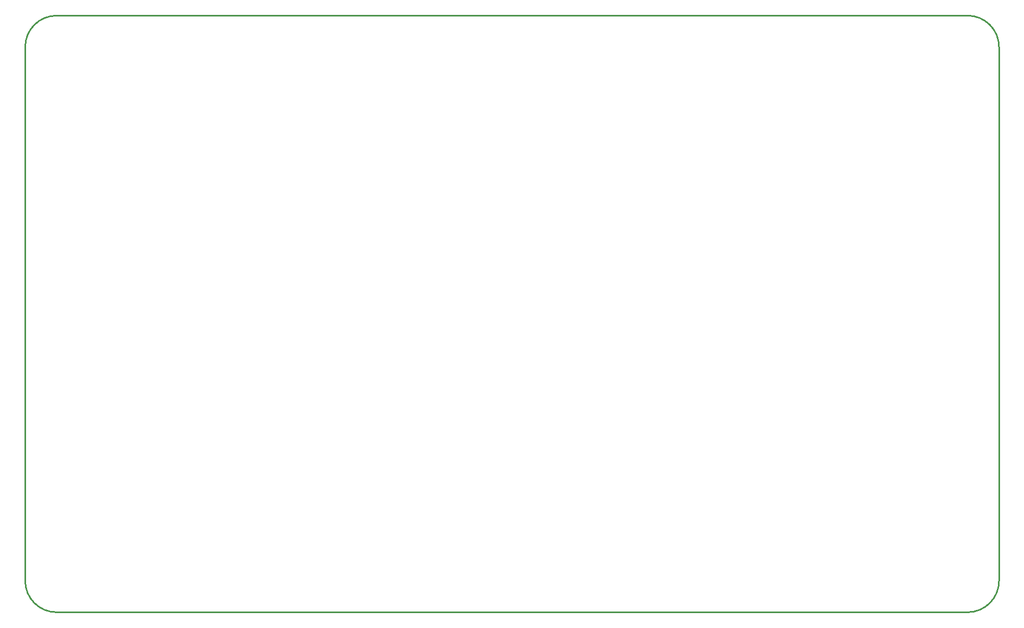
<source format=gm1>
G04 Layer_Color=16711935*
%FSLAX25Y25*%
%MOIN*%
G70*
G01*
G75*
%ADD10C,0.01000*%
D10*
X590551Y0D02*
G03*
X610236Y19685I-0J19685D01*
G01*
X610236Y354331D02*
G03*
X590551Y374016I-19685J-0D01*
G01*
X0Y19685D02*
G03*
X19685Y0I19685J0D01*
G01*
Y374016D02*
G03*
X0Y354331I0J-19685D01*
G01*
X0Y19685D02*
Y354331D01*
X19685Y0D02*
X590551D01*
X610236Y19685D02*
Y354331D01*
X19685Y374016D02*
X590551D01*
M02*

</source>
